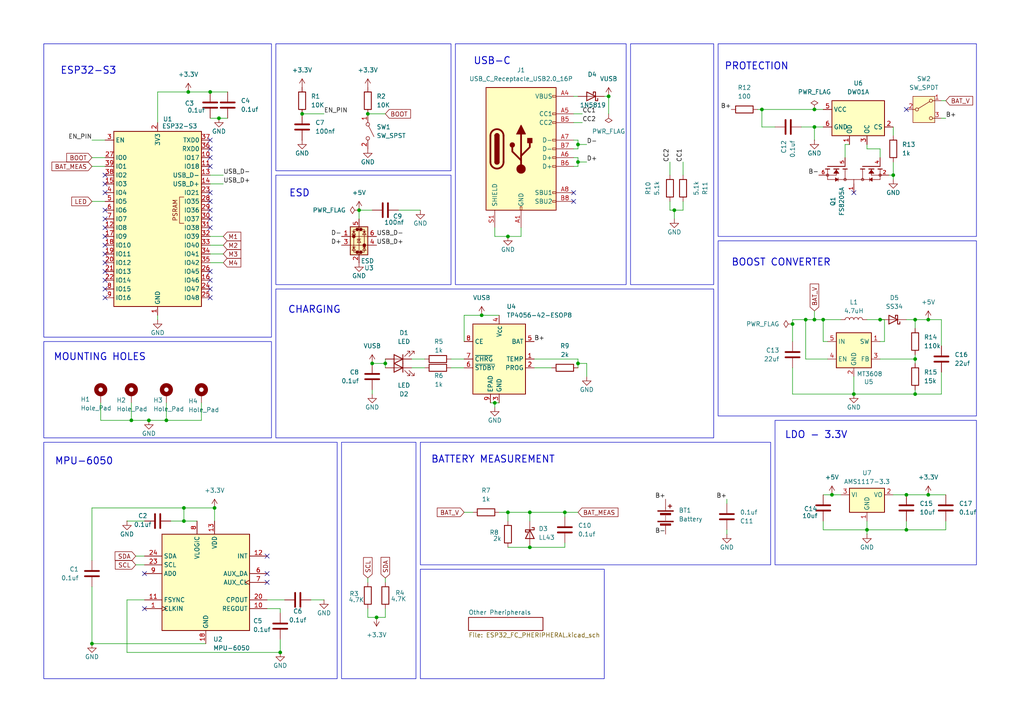
<source format=kicad_sch>
(kicad_sch (version 20250114) (generator "eeschema") (generator_version "9.0")
  (paper "A4")
  (title_block (title "ESP32_FC"))
  (rectangle (start 12.7 128.27) (end 97.79 196.85))
  (rectangle (start 12.7 99.06) (end 78.74 127))
  (rectangle (start 121.92 165.1) (end 175.26 196.85))
  (rectangle (start 208.28 69.85) (end 283.21 120.65))
  (rectangle (start 12.7 12.7) (end 78.74 97.79))
  (rectangle (start 182.88 12.7) (end 207.01 82.55))
  (rectangle (start 132.08 12.7) (end 181.61 82.55))
  (rectangle (start 99.06 128.27) (end 120.65 196.85))
  (rectangle (start 208.28 12.7) (end 283.21 68.58))
  (rectangle (start 80.01 83.82) (end 207.01 127))
  (rectangle (start 80.01 50.8) (end 130.81 82.55))
  (rectangle (start 80.01 12.7) (end 130.81 49.53))
  (rectangle (start 224.79 121.92) (end 283.21 163.83))
  (rectangle (start 121.92 128.27) (end 223.52 163.83))
  (text "PROTECTION\n" (at 219.456 19.304 0) (effects (font (size 2.032 2.032) (thickness 0.254))))
  (text "CHARGING\n" (at 91.186 89.916 0) (effects (font (size 2.032 2.032) (thickness 0.254))))
  (text "ESP32-S3" (at 25.654 20.574 0) (effects (font (size 2.032 2.032) (thickness 0.254))))
  (text "BOOST CONVERTER\n" (at 226.568 76.2 0) (effects (font (size 2.032 2.032) (thickness 0.254))))
  (text "ESD" (at 86.868 56.134 0) (effects (font (size 2.032 2.032) (thickness 0.254))))
  (text "MOUNTING HOLES\n" (at 28.956 103.632 0) (effects (font (size 2.032 2.032) (thickness 0.254))))
  (text "BATTERY MEASUREMENT" (at 143.002 133.35 0) (effects (font (size 2.032 2.032) (thickness 0.254))))
  (text "USB-C\n" (at 142.748 17.78 0) (effects (font (size 2.032 2.032) (thickness 0.254))))
  (text "LDO - 3.3V\n" (at 236.728 126.238 0) (effects (font (size 2.032 2.032) (thickness 0.254))))
  (text "MPU-6050\n" (at 24.384 133.858 0) (effects (font (size 2.032 2.032) (thickness 0.254))))
  (junction (at 48.26 121.92))
  (junction (at 238.76 92.71))
  (junction (at 167.64 41.91))
  (junction (at 236.22 92.71))
  (junction (at 111.76 105.41))
  (junction (at 81.28 189.23))
  (junction (at 60.96 26.67))
  (junction (at 176.53 27.94))
  (junction (at 147.32 68.58))
  (junction (at 53.34 151.13))
  (junction (at 251.46 153.67))
  (junction (at 104.14 60.96))
  (junction (at 262.89 153.67))
  (junction (at 262.89 143.51))
  (junction (at 153.67 158.75))
  (junction (at 236.22 36.83))
  (junction (at 265.43 104.14))
  (junction (at 167.64 105.41))
  (junction (at 109.22 179.07))
  (junction (at 63.5 34.29))
  (junction (at 269.24 143.51))
  (junction (at 195.58 60.96))
  (junction (at 241.3 143.51))
  (junction (at 54.61 26.67))
  (junction (at 38.1 121.92))
  (junction (at 247.65 114.3))
  (junction (at 233.68 92.71))
  (junction (at 259.08 50.8))
  (junction (at 26.67 186.69))
  (junction (at 265.43 92.71))
  (junction (at 167.64 46.99))
  (junction (at 255.27 92.71))
  (junction (at 229.87 93.98))
  (junction (at 107.95 105.41))
  (junction (at 53.34 147.32))
  (junction (at 87.63 33.02))
  (junction (at 62.23 147.32))
  (junction (at 106.68 33.02))
  (junction (at 269.24 92.71))
  (junction (at 43.18 121.92))
  (junction (at 236.22 31.75))
  (junction (at 139.7 91.44))
  (junction (at 220.98 31.75))
  (junction (at 153.67 148.59))
  (junction (at 265.43 114.3))
  (junction (at 163.83 148.59))
  (junction (at 147.32 148.59))
  (junction (at 143.51 116.84))
  (no_connect (at 30.48 68.58))
  (no_connect (at 60.96 40.64))
  (no_connect (at 60.96 63.5))
  (no_connect (at 30.48 55.88))
  (no_connect (at 30.48 60.96))
  (no_connect (at 41.91 176.53))
  (no_connect (at 60.96 86.36))
  (no_connect (at 77.47 161.29))
  (no_connect (at 30.48 78.74))
  (no_connect (at 77.47 168.91))
  (no_connect (at 30.48 53.34))
  (no_connect (at 30.48 50.8))
  (no_connect (at 30.48 71.12))
  (no_connect (at 30.48 86.36))
  (no_connect (at 262.89 31.75))
  (no_connect (at 60.96 48.26))
  (no_connect (at 60.96 45.72))
  (no_connect (at 30.48 81.28))
  (no_connect (at 30.48 66.04))
  (no_connect (at 77.47 166.37))
  (no_connect (at 60.96 55.88))
  (no_connect (at 30.48 83.82))
  (no_connect (at 41.91 166.37))
  (no_connect (at 60.96 58.42))
  (no_connect (at 166.37 55.88))
  (no_connect (at 166.37 58.42))
  (no_connect (at 60.96 78.74))
  (no_connect (at 60.96 43.18))
  (no_connect (at 60.96 66.04))
  (no_connect (at 60.96 60.96))
  (no_connect (at 60.96 81.28))
  (no_connect (at 60.96 83.82))
  (no_connect (at 247.65 55.88))
  (no_connect (at 30.48 63.5))
  (no_connect (at 30.48 73.66))
  (no_connect (at 30.48 76.2))
  (wire (pts (xy 259.08 50.8) (xy 259.08 52.07)))
  (wire (pts (xy 238.76 92.71) (xy 243.84 92.71)))
  (wire (pts (xy 170.18 105.41) (xy 170.18 109.22)))
  (wire (pts (xy 236.22 36.83) (xy 238.76 36.83)))
  (wire (pts (xy 219.71 31.75) (xy 220.98 31.75)))
  (wire (pts (xy 60.96 26.67) (xy 66.04 26.67)))
  (wire (pts (xy 269.24 143.51) (xy 274.32 143.51)))
  (wire (pts (xy 26.67 170.18) (xy 26.67 186.69)))
  (wire (pts (xy 167.64 41.91) (xy 167.64 43.18)))
  (wire (pts (xy 273.05 107.95) (xy 273.05 114.3)))
  (wire (pts (xy 236.22 40.64) (xy 236.22 36.83)))
  (wire (pts (xy 236.22 90.17) (xy 236.22 92.71)))
  (wire (pts (xy 60.96 53.34) (xy 64.77 53.34)))
  (wire (pts (xy 60.96 71.12) (xy 64.77 71.12)))
  (wire (pts (xy 167.64 45.72) (xy 167.64 46.99)))
  (wire (pts (xy 265.43 113.03) (xy 265.43 114.3)))
  (wire (pts (xy 255.27 104.14) (xy 265.43 104.14)))
  (wire (pts (xy 58.42 121.92) (xy 58.42 116.84)))
  (wire (pts (xy 256.54 99.06) (xy 255.27 99.06)))
  (wire (pts (xy 233.68 92.71) (xy 236.22 92.71)))
  (wire (pts (xy 143.51 116.84) (xy 144.78 116.84)))
  (wire (pts (xy 143.51 116.84) (xy 143.51 118.11)))
  (wire (pts (xy 39.37 163.83) (xy 41.91 163.83)))
  (wire (pts (xy 240.03 99.06) (xy 238.76 99.06)))
  (wire (pts (xy 54.61 26.67) (xy 60.96 26.67)))
  (wire (pts (xy 232.41 36.83) (xy 236.22 36.83)))
  (wire (pts (xy 26.67 58.42) (xy 30.48 58.42)))
  (wire (pts (xy 151.13 66.04) (xy 151.13 68.58)))
  (wire (pts (xy 166.37 27.94) (xy 167.64 27.94)))
  (wire (pts (xy 265.43 95.25) (xy 265.43 92.71)))
  (wire (pts (xy 210.82 144.78) (xy 210.82 146.05)))
  (wire (pts (xy 233.68 92.71) (xy 233.68 104.14)))
  (wire (pts (xy 87.63 33.02) (xy 93.98 33.02)))
  (wire (pts (xy 167.64 148.59) (xy 163.83 148.59)))
  (wire (pts (xy 153.67 158.75) (xy 163.83 158.75)))
  (wire (pts (xy 36.83 189.23) (xy 81.28 189.23)))
  (wire (pts (xy 26.67 40.64) (xy 30.48 40.64)))
  (wire (pts (xy 109.22 179.07) (xy 111.76 179.07)))
  (wire (pts (xy 210.82 153.67) (xy 210.82 154.94)))
  (wire (pts (xy 251.46 153.67) (xy 262.89 153.67)))
  (wire (pts (xy 195.58 60.96) (xy 195.58 63.5)))
  (wire (pts (xy 26.67 45.72) (xy 30.48 45.72)))
  (wire (pts (xy 229.87 93.98) (xy 229.87 92.71)))
  (wire (pts (xy 229.87 92.71) (xy 233.68 92.71)))
  (wire (pts (xy 153.67 148.59) (xy 147.32 148.59)))
  (wire (pts (xy 43.18 121.92) (xy 48.26 121.92)))
  (wire (pts (xy 236.22 31.75) (xy 238.76 31.75)))
  (wire (pts (xy 60.96 76.2) (xy 64.77 76.2)))
  (wire (pts (xy 245.11 45.72) (xy 245.11 41.91)))
  (wire (pts (xy 233.68 104.14) (xy 240.03 104.14)))
  (wire (pts (xy 41.91 173.99) (xy 36.83 173.99)))
  (wire (pts (xy 119.38 106.68) (xy 123.19 106.68)))
  (wire (pts (xy 163.83 148.59) (xy 163.83 149.86)))
  (wire (pts (xy 62.23 151.13) (xy 62.23 147.32)))
  (wire (pts (xy 251.46 43.18) (xy 255.27 43.18)))
  (wire (pts (xy 256.54 92.71) (xy 256.54 99.06)))
  (wire (pts (xy 229.87 114.3) (xy 247.65 114.3)))
  (wire (pts (xy 77.47 173.99) (xy 82.55 173.99)))
  (wire (pts (xy 49.53 151.13) (xy 53.34 151.13)))
  (wire (pts (xy 167.64 41.91) (xy 170.18 41.91)))
  (wire (pts (xy 255.27 43.18) (xy 255.27 45.72)))
  (wire (pts (xy 66.04 34.29) (xy 63.5 34.29)))
  (wire (pts (xy 53.34 151.13) (xy 57.15 151.13)))
  (wire (pts (xy 251.46 41.91) (xy 251.46 43.18)))
  (wire (pts (xy 48.26 121.92) (xy 58.42 121.92)))
  (wire (pts (xy 130.81 104.14) (xy 134.62 104.14)))
  (wire (pts (xy 130.81 106.68) (xy 134.62 106.68)))
  (wire (pts (xy 166.37 43.18) (xy 167.64 43.18)))
  (wire (pts (xy 251.46 154.94) (xy 251.46 153.67)))
  (wire (pts (xy 153.67 151.13) (xy 153.67 148.59)))
  (wire (pts (xy 147.32 148.59) (xy 147.32 151.13)))
  (wire (pts (xy 38.1 116.84) (xy 38.1 121.92)))
  (wire (pts (xy 167.64 105.41) (xy 167.64 106.68)))
  (wire (pts (xy 262.89 151.13) (xy 262.89 153.67)))
  (wire (pts (xy 60.96 50.8) (xy 64.77 50.8)))
  (wire (pts (xy 81.28 176.53) (xy 81.28 177.8)))
  (wire (pts (xy 220.98 36.83) (xy 224.79 36.83)))
  (wire (pts (xy 153.67 148.59) (xy 163.83 148.59)))
  (wire (pts (xy 53.34 147.32) (xy 26.67 147.32)))
  (wire (pts (xy 53.34 147.32) (xy 53.34 151.13)))
  (wire (pts (xy 90.17 173.99) (xy 93.98 173.99)))
  (wire (pts (xy 29.21 116.84) (xy 29.21 121.92)))
  (wire (pts (xy 60.96 68.58) (xy 64.77 68.58)))
  (wire (pts (xy 104.14 60.96) (xy 107.95 60.96)))
  (wire (pts (xy 167.64 40.64) (xy 167.64 41.91)))
  (wire (pts (xy 147.32 68.58) (xy 151.13 68.58)))
  (wire (pts (xy 154.94 106.68) (xy 160.02 106.68)))
  (wire (pts (xy 167.64 46.99) (xy 167.64 48.26)))
  (wire (pts (xy 134.62 91.44) (xy 139.7 91.44)))
  (wire (pts (xy 262.89 143.51) (xy 269.24 143.51)))
  (wire (pts (xy 134.62 148.59) (xy 137.16 148.59)))
  (wire (pts (xy 194.31 46.99) (xy 194.31 50.8)))
  (wire (pts (xy 274.32 153.67) (xy 274.32 151.13)))
  (wire (pts (xy 220.98 31.75) (xy 220.98 36.83)))
  (wire (pts (xy 259.08 143.51) (xy 262.89 143.51)))
  (wire (pts (xy 176.53 33.02) (xy 176.53 27.94)))
  (wire (pts (xy 154.94 104.14) (xy 167.64 104.14)))
  (wire (pts (xy 265.43 114.3) (xy 273.05 114.3)))
  (wire (pts (xy 241.3 143.51) (xy 243.84 143.51)))
  (wire (pts (xy 273.05 34.29) (xy 274.32 34.29)))
  (wire (pts (xy 245.11 41.91) (xy 246.38 41.91)))
  (wire (pts (xy 134.62 91.44) (xy 134.62 99.06)))
  (wire (pts (xy 247.65 114.3) (xy 265.43 114.3)))
  (wire (pts (xy 259.08 36.83) (xy 259.08 39.37)))
  (wire (pts (xy 265.43 92.71) (xy 269.24 92.71)))
  (wire (pts (xy 45.72 35.56) (xy 45.72 26.67)))
  (wire (pts (xy 262.89 92.71) (xy 265.43 92.71)))
  (wire (pts (xy 229.87 99.06) (xy 229.87 93.98)))
  (wire (pts (xy 26.67 48.26) (xy 30.48 48.26)))
  (wire (pts (xy 163.83 158.75) (xy 163.83 157.48)))
  (wire (pts (xy 119.38 104.14) (xy 123.19 104.14)))
  (wire (pts (xy 198.12 58.42) (xy 198.12 60.96)))
  (wire (pts (xy 167.64 105.41) (xy 170.18 105.41)))
  (wire (pts (xy 229.87 106.68) (xy 229.87 114.3)))
  (wire (pts (xy 273.05 92.71) (xy 273.05 100.33)))
  (wire (pts (xy 36.83 173.99) (xy 36.83 189.23)))
  (wire (pts (xy 111.76 176.53) (xy 111.76 179.07)))
  (wire (pts (xy 115.57 60.96) (xy 121.92 60.96)))
  (wire (pts (xy 273.05 29.21) (xy 274.32 29.21)))
  (wire (pts (xy 107.95 113.03) (xy 107.95 114.3)))
  (wire (pts (xy 166.37 45.72) (xy 167.64 45.72)))
  (wire (pts (xy 106.68 167.64) (xy 106.68 168.91)))
  (wire (pts (xy 167.64 104.14) (xy 167.64 105.41)))
  (wire (pts (xy 39.37 161.29) (xy 41.91 161.29)))
  (wire (pts (xy 29.21 121.92) (xy 38.1 121.92)))
  (wire (pts (xy 26.67 186.69) (xy 59.69 186.69)))
  (wire (pts (xy 265.43 102.87) (xy 265.43 104.14)))
  (wire (pts (xy 175.26 27.94) (xy 176.53 27.94)))
  (wire (pts (xy 238.76 143.51) (xy 241.3 143.51)))
  (wire (pts (xy 167.64 46.99) (xy 170.18 46.99)))
  (wire (pts (xy 107.95 105.41) (xy 111.76 105.41)))
  (wire (pts (xy 262.89 153.67) (xy 274.32 153.67)))
  (wire (pts (xy 236.22 92.71) (xy 238.76 92.71)))
  (wire (pts (xy 257.81 50.8) (xy 259.08 50.8)))
  (wire (pts (xy 45.72 26.67) (xy 54.61 26.67)))
  (wire (pts (xy 147.32 158.75) (xy 153.67 158.75)))
  (wire (pts (xy 143.51 66.04) (xy 143.51 68.58)))
  (wire (pts (xy 104.14 60.96) (xy 104.14 63.5)))
  (wire (pts (xy 166.37 35.56) (xy 168.91 35.56)))
  (wire (pts (xy 220.98 31.75) (xy 236.22 31.75)))
  (wire (pts (xy 269.24 92.71) (xy 273.05 92.71)))
  (wire (pts (xy 48.26 116.84) (xy 48.26 121.92)))
  (wire (pts (xy 251.46 153.67) (xy 251.46 151.13)))
  (wire (pts (xy 106.68 33.02) (xy 111.76 33.02)))
  (wire (pts (xy 60.96 73.66) (xy 64.77 73.66)))
  (wire (pts (xy 195.58 60.96) (xy 194.31 60.96)))
  (wire (pts (xy 238.76 99.06) (xy 238.76 92.71)))
  (wire (pts (xy 259.08 46.99) (xy 259.08 50.8)))
  (wire (pts (xy 166.37 40.64) (xy 167.64 40.64)))
  (wire (pts (xy 139.7 91.44) (xy 144.78 91.44)))
  (wire (pts (xy 106.68 179.07) (xy 109.22 179.07)))
  (wire (pts (xy 144.78 148.59) (xy 147.32 148.59)))
  (wire (pts (xy 77.47 176.53) (xy 81.28 176.53)))
  (wire (pts (xy 251.46 92.71) (xy 255.27 92.71)))
  (wire (pts (xy 198.12 46.99) (xy 198.12 50.8)))
  (wire (pts (xy 106.68 176.53) (xy 106.68 179.07)))
  (wire (pts (xy 45.72 91.44) (xy 45.72 92.71)))
  (wire (pts (xy 194.31 58.42) (xy 194.31 60.96)))
  (wire (pts (xy 111.76 167.64) (xy 111.76 168.91)))
  (wire (pts (xy 247.65 109.22) (xy 247.65 114.3)))
  (wire (pts (xy 36.83 151.13) (xy 41.91 151.13)))
  (wire (pts (xy 265.43 104.14) (xy 265.43 105.41)))
  (wire (pts (xy 238.76 153.67) (xy 251.46 153.67)))
  (wire (pts (xy 81.28 189.23) (xy 81.28 185.42)))
  (wire (pts (xy 238.76 151.13) (xy 238.76 153.67)))
  (wire (pts (xy 62.23 147.32) (xy 53.34 147.32)))
  (wire (pts (xy 198.12 60.96) (xy 195.58 60.96)))
  (wire (pts (xy 60.96 34.29) (xy 63.5 34.29)))
  (wire (pts (xy 166.37 48.26) (xy 167.64 48.26)))
  (wire (pts (xy 111.76 104.14) (xy 111.76 105.41)))
  (wire (pts (xy 26.67 147.32) (xy 26.67 162.56)))
  (wire (pts (xy 166.37 33.02) (xy 168.91 33.02)))
  (wire (pts (xy 143.51 68.58) (xy 147.32 68.58)))
  (wire (pts (xy 38.1 121.92) (xy 43.18 121.92)))
  (wire (pts (xy 111.76 105.41) (xy 111.76 106.68)))
  (wire (pts (xy 142.24 116.84) (xy 143.51 116.84)))
  (wire (pts (xy 256.54 92.71) (xy 255.27 92.71)))
  (label "CC2" (at 168.91 35.56 0))
  (label "USB_D-" (at 64.77 50.8 0))
  (label "D+" (at 170.18 46.99 0))
  (label "USB_D-" (at 109.22 68.58 0))
  (label "D-" (at 99.06 68.58 180))
  (label "B+" (at 212.09 31.75 180))
  (label "EN_PIN" (at 26.67 40.64 180))
  (label "USB_D+" (at 64.77 53.34 0))
  (label "B+" (at 274.32 34.29 0))
  (label "B-" (at 193.04 154.94 180))
  (label "B+" (at 154.94 99.06 0))
  (label "USB_D+" (at 109.22 71.12 0))
  (label "D+" (at 99.06 71.12 180))
  (label "EN_PIN" (at 93.98 33.02 0))
  (label "CC2" (at 194.31 46.99 90))
  (label "CC1" (at 198.12 46.99 90))
  (label "CC1" (at 168.91 33.02 0))
  (label "B+" (at 210.82 144.78 180))
  (label "B+" (at 193.04 144.78 180))
  (label "D-" (at 170.18 41.91 0))
  (label "B-" (at 237.49 50.8 180))
  (global_label "BAT_V" (shape input) (at 134.62 148.59 180) (property "Intersheetrefs" "${INTERSHEET_REFS}" (effects (hide yes))))
  (global_label "M1" (shape input) (at 64.77 68.58 0) (property "Intersheetrefs" "${INTERSHEET_REFS}" (effects (hide yes))))
  (global_label "SCL" (shape input) (at 39.37 163.83 180) (property "Intersheetrefs" "${INTERSHEET_REFS}" (effects (hide yes))))
  (global_label "BAT_V" (shape input) (at 274.32 29.21 0) (property "Intersheetrefs" "${INTERSHEET_REFS}" (effects (hide yes))))
  (global_label "SDA" (shape input) (at 111.76 167.64 90) (property "Intersheetrefs" "${INTERSHEET_REFS}" (effects (hide yes))))
  (global_label "SCL" (shape input) (at 106.68 167.64 90) (property "Intersheetrefs" "${INTERSHEET_REFS}" (effects (hide yes))))
  (global_label "BAT_MEAS" (shape input) (at 26.67 48.26 180) (property "Intersheetrefs" "${INTERSHEET_REFS}" (effects (hide yes))))
  (global_label "SDA" (shape input) (at 39.37 161.29 180) (property "Intersheetrefs" "${INTERSHEET_REFS}" (effects (hide yes))))
  (global_label "BAT_MEAS" (shape input) (at 167.64 148.59 0) (property "Intersheetrefs" "${INTERSHEET_REFS}" (effects (hide yes))))
  (global_label "BAT_V" (shape input) (at 236.22 90.17 90) (property "Intersheetrefs" "${INTERSHEET_REFS}" (effects (hide yes))))
  (global_label "M2" (shape input) (at 64.77 71.12 0) (property "Intersheetrefs" "${INTERSHEET_REFS}" (effects (hide yes))))
  (global_label "M3" (shape input) (at 64.77 73.66 0) (property "Intersheetrefs" "${INTERSHEET_REFS}" (effects (hide yes))))
  (global_label "BOOT" (shape input) (at 26.67 45.72 180) (property "Intersheetrefs" "${INTERSHEET_REFS}" (effects (hide yes))))
  (global_label "BOOT" (shape input) (at 111.76 33.02 0) (property "Intersheetrefs" "${INTERSHEET_REFS}" (effects (hide yes))))
  (global_label "LED" (shape input) (at 26.67 58.42 180) (property "Intersheetrefs" "${INTERSHEET_REFS}" (effects (hide yes))))
  (global_label "M4" (shape input) (at 64.77 76.2 0) (property "Intersheetrefs" "${INTERSHEET_REFS}" (effects (hide yes))))
  (symbol (lib_id "power:GND") (at 147.32 68.58 0) (unit 1)
    (property "Reference" "#PWR022" (effects (hide yes)))
    (property "Value" "GND" (at 147.32 72.39 0))
    (property "Description" "Power symbol creates a global label with name \"GND\" , ground" (effects (hide yes)))
  )
  (symbol (lib_id "Connector:USB_C_Receptacle_USB2.0_16P") (at 151.13 43.18 0) (unit 1)
    (property "Reference" "J1" (at 151.13 20.32 0))
    (property "Value" "USB_C_Receptacle_USB2.0_16P" (at 151.13 22.86 0))
    (property "Footprint" "Connector_USB:USB_C_Receptacle_HRO_TYPE-C-31-M-12" (effects (hide yes)))
    (property "Datasheet" "https://www.usb.org/sites/default/files/documents/usb_type-c.zip" (effects (hide yes)))
    (property "Description" "USB 2.0-only 16P Type-C Receptacle connector" (effects (hide yes)))
  )
  (symbol (lib_id "power:GND") (at 195.58 63.5 0) (unit 1)
    (property "Reference" "#PWR025" (effects (hide yes)))
    (property "Value" "GND" (at 195.58 67.31 0))
    (property "Description" "Power symbol creates a global label with name \"GND\" , ground" (effects (hide yes)))
  )
  (symbol (lib_id "Device:C") (at 210.82 149.86 0) (mirror x) (unit 1)
    (property "Reference" "C11" (at 214.63 151.1301 0) (effects (justify left)))
    (property "Value" "0.1uf" (at 214.63 148.5901 0) (effects (justify left)))
    (property "Footprint" "Capacitor_SMD:C_0603_1608Metric" (effects (hide yes)))
    (property "Description" "Unpolarized capacitor" (effects (hide yes)))
  )
  (symbol (lib_id "Device:R") (at 127 104.14 90) (unit 1)
    (property "Reference" "R5" (at 127.254 99.06 90))
    (property "Value" "1k" (at 127.254 101.6 90))
    (property "Footprint" "Resistor_SMD:R_0603_1608Metric" (effects (hide yes)))
    (property "Description" "Resistor" (effects (hide yes)))
  )
  (symbol (lib_id "power:GND") (at 236.22 40.64 0) (unit 1)
    (property "Reference" "#PWR027" (effects (hide yes)))
    (property "Value" "GND" (at 236.22 44.45 0))
    (property "Description" "Power symbol creates a global label with name \"GND\" , ground" (effects (hide yes)))
  )
  (symbol (lib_id "power:GND") (at 107.95 114.3 0) (unit 1)
    (property "Reference" "#PWR017" (effects (hide yes)))
    (property "Value" "GND" (at 107.95 118.11 0))
    (property "Description" "Power symbol creates a global label with name \"GND\" , ground" (effects (hide yes)))
  )
  (symbol (lib_id "Device:R") (at 215.9 31.75 90) (unit 1)
    (property "Reference" "R12" (at 215.9 25.4 90))
    (property "Value" "100" (at 215.9 27.94 90))
    (property "Footprint" "Resistor_SMD:R_0603_1608Metric" (effects (hide yes)))
    (property "Description" "Resistor" (effects (hide yes)))
  )
  (symbol (lib_id "RF_Module:ESP32-S3-WROOM-1") (at 45.72 63.5 0) (unit 1)
    (property "Reference" "U1" (at 47.244 34.544 0) (effects (justify left)))
    (property "Value" "ESP32-S3" (at 46.99 36.576 0) (effects (justify left)))
    (property "Footprint" "RF_Module:ESP32-S3-WROOM-1" (effects (hide yes)))
    (property "Datasheet" "https://www.espressif.com/sites/default/files/documentation/esp32-s3-wroom-1_wroom-1u_datasheet_en.pdf" (effects (hide yes)))
    (property "Description" "RF Module, ESP32-S3 SoC, Wi-Fi 802.11b/g/n, Bluetooth, BLE, 32-bit, 3.3V, onboard antenna, SMD" (effects (hide yes)))
  )
  (symbol (lib_id "Battery_Management:DW01A") (at 248.92 34.29 0) (unit 1)
    (property "Reference" "U6" (at 248.92 24.13 0))
    (property "Value" "DW01A" (at 248.92 26.67 0))
    (property "Footprint" "Package_TO_SOT_SMD:SOT-23-6" (effects (hide yes)))
    (property "Datasheet" "https://hmsemi.com/downfile/DW01A.PDF" (effects (hide yes)))
    (property "Description" "Overcharge, overcurrent and overdischarge protection IC for single cell lithium-ion/polymer battery" (effects (hide yes)))
  )
  (symbol (lib_id "Device:C") (at 60.96 30.48 0) (unit 1)
    (property "Reference" "C3" (at 53.594 29.972 0) (effects (justify left)))
    (property "Value" "0.1uf" (at 54.356 32.004 0) (effects (justify left)))
    (property "Footprint" "Capacitor_SMD:C_0603_1608Metric" (effects (hide yes)))
    (property "Description" "Unpolarized capacitor" (effects (hide yes)))
  )
  (symbol (lib_id "Device:R") (at 140.97 148.59 90) (unit 1)
    (property "Reference" "R7" (at 140.97 142.24 90))
    (property "Value" "1k" (at 140.97 144.78 90))
    (property "Footprint" "Resistor_SMD:R_0603_1608Metric" (effects (hide yes)))
    (property "Description" "Resistor" (effects (hide yes)))
  )
  (symbol (lib_id "power:GND") (at 43.18 121.92 0) (unit 1)
    (property "Reference" "#PWR03" (effects (hide yes)))
    (property "Value" "GND" (at 43.18 125.73 0))
    (property "Description" "Power symbol creates a global label with name \"GND\" , ground" (effects (hide yes)))
  )
  (symbol (lib_id "power:+3.3V") (at 106.68 25.4 0) (unit 1)
    (property "Reference" "#PWR014" (effects (hide yes)))
    (property "Value" "+3.3V" (at 106.68 20.32 0))
    (property "Description" "Power symbol creates a global label with name \"+3.3V\"" (effects (hide yes)))
  )
  (symbol (lib_id "Device:R") (at 163.83 106.68 90) (unit 1)
    (property "Reference" "R9" (at 163.83 100.33 90))
    (property "Value" "2k" (at 163.83 102.87 90))
    (property "Footprint" "Resistor_SMD:R_0603_1608Metric" (effects (hide yes)))
    (property "Description" "Resistor" (effects (hide yes)))
  )
  (symbol (lib_id "Device:R") (at 147.32 154.94 0) (unit 1)
    (property "Reference" "R8" (at 141.986 154.432 0) (effects (justify left)))
    (property "Value" "2k" (at 143.002 156.21 0) (effects (justify left)))
    (property "Footprint" "Resistor_SMD:R_0603_1608Metric" (effects (hide yes)))
    (property "Description" "Resistor" (effects (hide yes)))
  )
  (symbol (lib_id "Device:C") (at 26.67 166.37 0) (mirror y) (unit 1)
    (property "Reference" "C1" (at 22.86 165.0999 0) (effects (justify left)))
    (property "Value" "0.1uf" (at 22.86 167.6399 0) (effects (justify left)))
    (property "Footprint" "Capacitor_SMD:C_0603_1608Metric" (effects (hide yes)))
    (property "Description" "Unpolarized capacitor" (effects (hide yes)))
  )
  (symbol (lib_id "Device:R") (at 265.43 99.06 180) (unit 1)
    (property "Reference" "R14" (at 267.97 97.7899 0) (effects (justify right)))
    (property "Value" "110k" (at 267.97 100.3299 0) (effects (justify right)))
    (property "Footprint" "Resistor_SMD:R_0603_1608Metric" (effects (hide yes)))
    (property "Description" "Resistor" (effects (hide yes)))
  )
  (symbol (lib_id "Device:C") (at 87.63 36.83 0) (unit 1)
    (property "Reference" "C7" (at 91.44 35.5599 0) (effects (justify left)))
    (property "Value" "100nf" (at 91.44 38.0999 0) (effects (justify left)))
    (property "Footprint" "Capacitor_SMD:C_0603_1608Metric" (effects (hide yes)))
    (property "Description" "Unpolarized capacitor" (effects (hide yes)))
  )
  (symbol (lib_id "Device:L") (at 247.65 92.71 90) (unit 1)
    (property "Reference" "L1" (at 247.65 87.63 90))
    (property "Value" "4.7uH" (at 247.65 90.17 90))
    (property "Footprint" "Capacitor_SMD:C_0603_1608Metric" (effects (hide yes)))
    (property "Description" "Inductor" (effects (hide yes)))
  )
  (symbol (lib_id "Device:R") (at 259.08 43.18 0) (unit 1)
    (property "Reference" "R13" (at 261.62 41.9099 0) (effects (justify left)))
    (property "Value" "1k" (at 261.62 44.4499 0) (effects (justify left)))
    (property "Footprint" "Resistor_SMD:R_0603_1608Metric" (effects (hide yes)))
    (property "Description" "Resistor" (effects (hide yes)))
  )
  (symbol (lib_id "power:GND") (at 63.5 34.29 0) (unit 1)
    (property "Reference" "#PWR07" (effects (hide yes)))
    (property "Value" "GND" (at 63.5 38.1 0))
    (property "Description" "Power symbol creates a global label with name \"GND\" , ground" (effects (hide yes)))
  )
  (symbol (lib_id "Regulator_Linear:AMS1117-3.3") (at 251.46 143.51 0) (unit 1)
    (property "Reference" "U7" (at 251.46 137.16 0))
    (property "Value" "AMS1117-3.3" (at 251.46 139.7 0))
    (property "Footprint" "Package_TO_SOT_SMD:SOT-223-3_TabPin2" (effects (hide yes)))
    (property "Datasheet" "http://www.advanced-monolithic.com/pdf/ds1117.pdf" (effects (hide yes)))
    (property "Description" "1A Low Dropout regulator, positive, 3.3V fixed output, SOT-223" (effects (hide yes)))
  )
  (symbol (lib_id "power:GND") (at 36.83 151.13 0) (unit 1)
    (property "Reference" "#PWR02" (effects (hide yes)))
    (property "Value" "GND" (at 36.83 154.94 0))
    (property "Description" "Power symbol creates a global label with name \"GND\" , ground" (effects (hide yes)))
  )
  (symbol (lib_id "power:+5V") (at 241.3 143.51 0) (unit 1)
    (property "Reference" "#PWR028" (effects (hide yes)))
    (property "Value" "+5V" (at 241.3 138.43 0))
    (property "Description" "Power symbol creates a global label with name \"+5V\"" (effects (hide yes)))
  )
  (symbol (lib_id "power:+3.3V") (at 269.24 143.51 0) (unit 1)
    (property "Reference" "#PWR033" (effects (hide yes)))
    (property "Value" "+3.3V" (at 269.24 138.43 0))
    (property "Description" "Power symbol creates a global label with name \"+3.3V\"" (effects (hide yes)))
  )
  (symbol (lib_id "power:GND") (at 247.65 114.3 0) (unit 1)
    (property "Reference" "#PWR029" (effects (hide yes)))
    (property "Value" "GND" (at 247.65 118.11 0))
    (property "Description" "Power symbol creates a global label with name \"GND\" , ground" (effects (hide yes)))
  )
  (symbol (lib_id "power:GND") (at 104.14 76.2 0) (unit 1)
    (property "Reference" "#PWR013" (effects (hide yes)))
    (property "Value" "GND" (at 104.14 80.01 0))
    (property "Description" "Power symbol creates a global label with name \"GND\" , ground" (effects (hide yes)))
  )
  (symbol (lib_id "power:+5V") (at 107.95 105.41 0) (unit 1)
    (property "Reference" "#PWR016" (effects (hide yes)))
    (property "Value" "VUSB" (at 107.95 100.33 0))
    (property "Description" "Power symbol creates a global label with name \"+5V\"" (effects (hide yes)))
  )
  (symbol (lib_id "power:+5V") (at 176.53 27.94 0) (unit 1)
    (property "Reference" "#PWR024" (effects (hide yes)))
    (property "Value" "VUSB" (at 176.53 22.86 0))
    (property "Description" "Power symbol creates a global label with name \"+5V\"" (effects (hide yes)))
  )
  (symbol (lib_id "power:+3.3V") (at 54.61 26.67 0) (unit 1)
    (property "Reference" "#PWR05" (effects (hide yes)))
    (property "Value" "+3.3V" (at 54.61 21.59 0))
    (property "Description" "Power symbol creates a global label with name \"+3.3V\"" (effects (hide yes)))
  )
  (symbol (lib_id "Device:C") (at 66.04 30.48 0) (unit 1)
    (property "Reference" "C4" (at 69.85 29.2099 0) (effects (justify left)))
    (property "Value" "0.1uf" (at 69.85 31.7499 0) (effects (justify left)))
    (property "Footprint" "Capacitor_SMD:C_0603_1608Metric" (effects (hide yes)))
    (property "Description" "Unpolarized capacitor" (effects (hide yes)))
  )
  (symbol (lib_id "Device:C") (at 228.6 36.83 90) (mirror x) (unit 1)
    (property "Reference" "C12" (at 227.3299 40.64 0) (effects (justify left)))
    (property "Value" "0.1uf" (at 229.8699 40.64 0) (effects (justify left)))
    (property "Footprint" "Capacitor_SMD:C_0603_1608Metric" (effects (hide yes)))
    (property "Description" "Unpolarized capacitor" (effects (hide yes)))
  )
  (symbol (lib_id "power:PWR_FLAG") (at 176.53 33.02 180) (unit 1)
    (property "Reference" "#FLG02" (effects (hide yes)))
    (property "Value" "PWR_FLAG" (at 176.53 38.1 0))
    (property "Description" "Special symbol for telling ERC where power comes from" (effects (hide yes)))
  )
  (symbol (lib_id "Device:R") (at 127 106.68 90) (unit 1)
    (property "Reference" "R6" (at 127.254 108.966 90))
    (property "Value" "1k" (at 127.254 111.506 90))
    (property "Footprint" "Resistor_SMD:R_0603_1608Metric" (effects (hide yes)))
    (property "Description" "Resistor" (effects (hide yes)))
  )
  (symbol (lib_id "Battery_Management:TP4056-42-ESOP8") (at 144.78 104.14 0) (unit 1)
    (property "Reference" "U4" (at 146.9233 88.9 0) (effects (justify left)))
    (property "Value" "TP4056-42-ESOP8" (at 146.9233 91.44 0) (effects (justify left)))
    (property "Footprint" "Package_SO:SOIC-8-1EP_3.9x4.9mm_P1.27mm_EP2.41x3.3mm_ThermalVias" (effects (hide yes)))
    (property "Datasheet" "https://www.lcsc.com/datasheet/lcsc_datasheet_2410121619_TOPPOWER-Nanjing-Extension-Microelectronics-TP4056-42-ESOP8_C16581.pdf" (effects (hide yes)))
    (property "Description" "1A Standalone Linear Li-ion/LiPo single-cell battery charger, 4.2V ±1% charge voltage, VCC = 4.0..8.0V, SOIC-8 (SOP-8)" (effects (hide yes)))
  )
  (symbol (lib_id "power:GND") (at 93.98 173.99 0) (unit 1)
    (property "Reference" "#PWR011" (effects (hide yes)))
    (property "Value" "GND" (at 93.98 177.8 0))
    (property "Description" "Power symbol creates a global label with name \"GND\" , ground" (effects (hide yes)))
  )
  (symbol (lib_id "power:+5V") (at 104.14 60.96 0) (unit 1)
    (property "Reference" "#PWR012" (effects (hide yes)))
    (property "Value" "+5V" (at 104.14 55.88 0))
    (property "Description" "Power symbol creates a global label with name \"+5V\"" (effects (hide yes)))
  )
  (symbol (lib_id "Device:LED") (at 115.57 104.14 180) (unit 1)
    (property "Reference" "D1" (at 117.1575 96.52 0))
    (property "Value" "LED" (at 117.1575 99.06 0))
    (property "Footprint" "LED_SMD:LED_0805_2012Metric" (effects (hide yes)))
    (property "Description" "Light emitting diode" (effects (hide yes)))
    (property "Sim.Pins" "1=K 2=A" (effects (hide yes)))
  )
  (symbol (lib_id "power:GND") (at 26.67 186.69 0) (unit 1)
    (property "Reference" "#PWR01" (effects (hide yes)))
    (property "Value" "GND" (at 26.67 190.5 0))
    (property "Description" "Power symbol creates a global label with name \"GND\" , ground" (effects (hide yes)))
  )
  (symbol (lib_id "power:+3.3V") (at 87.63 25.4 0) (unit 1)
    (property "Reference" "#PWR09" (effects (hide yes)))
    (property "Value" "+3.3V" (at 87.63 20.32 0))
    (property "Description" "Power symbol creates a global label with name \"+3.3V\"" (effects (hide yes)))
  )
  (symbol (lib_id "power:GND") (at 121.92 60.96 0) (unit 1)
    (property "Reference" "#PWR019" (effects (hide yes)))
    (property "Value" "GND" (at 121.92 64.77 0))
    (property "Description" "Power symbol creates a global label with name \"GND\" , ground" (effects (hide yes)))
  )
  (symbol (lib_id "Device:C") (at 86.36 173.99 90) (unit 1)
    (property "Reference" "C6" (at 86.36 177.292 90))
    (property "Value" "0.1uf" (at 86.36 179.832 90))
    (property "Footprint" "Capacitor_SMD:C_0603_1608Metric" (effects (hide yes)))
    (property "Description" "Unpolarized capacitor" (effects (hide yes)))
  )
  (symbol (lib_id "Device:C") (at 238.76 147.32 0) (unit 1)
    (property "Reference" "C14" (at 233.172 147.574 0) (effects (justify left)))
    (property "Value" "10uf" (at 232.664 149.606 0) (effects (justify left)))
    (property "Footprint" "Capacitor_SMD:C_0603_1608Metric" (effects (hide yes)))
    (property "Description" "Unpolarized capacitor" (effects (hide yes)))
  )
  (symbol (lib_id "Regulator_Switching:MT3608") (at 247.65 101.6 0) (unit 1)
    (property "Reference" "U5" (at 251.968 110.744 0))
    (property "Value" "MT3608" (at 252.222 108.458 0))
    (property "Footprint" "Package_TO_SOT_SMD:SOT-23-6" (effects (hide yes)))
    (property "Datasheet" "https://www.olimex.com/Products/Breadboarding/BB-PWR-3608/resources/MT3608.pdf" (effects (hide yes)))
    (property "Description" "High Efficiency 1.2MHz 2A Step Up Converter, 2-24V Vin, 28V Vout, 4A current limit, 1.2MHz, SOT23-6" (effects (hide yes)))
  )
  (symbol (lib_id "Diode:1N5819") (at 171.45 27.94 180) (unit 1)
    (property "Reference" "D4" (at 171.7675 21.59 0))
    (property "Value" "1N5819" (at 171.958 30.48 0))
    (property "Footprint" "Diode_THT:D_DO-41_SOD81_P10.16mm_Horizontal" (effects (hide yes)))
    (property "Datasheet" "http://www.vishay.com/docs/88525/1n5817.pdf" (effects (hide yes)))
    (property "Description" "40V 1A Schottky Barrier Rectifier Diode, DO-41" (effects (hide yes)))
  )
  (symbol (lib_id "Device:R") (at 106.68 172.72 0) (unit 1)
    (property "Reference" "R3" (at 101.346 172.212 0) (effects (justify left)))
    (property "Value" "4.7K" (at 101.092 173.99 0) (effects (justify left)))
    (property "Footprint" "Resistor_SMD:R_0603_1608Metric" (effects (hide yes)))
    (property "Description" "Resistor" (effects (hide yes)))
  )
  (symbol (lib_id "power:PWR_FLAG") (at 236.22 31.75 0) (unit 1)
    (property "Reference" "#FLG04" (effects (hide yes)))
    (property "Value" "PWR_FLAG" (at 236.22 26.67 0))
    (property "Description" "Special symbol for telling ERC where power comes from" (effects (hide yes)))
  )
  (symbol (lib_id "Device:C") (at 45.72 151.13 90) (unit 1)
    (property "Reference" "C2" (at 41.402 149.606 90))
    (property "Value" "0.1uf" (at 41.402 152.146 90))
    (property "Footprint" "Capacitor_SMD:C_0603_1608Metric" (effects (hide yes)))
    (property "Description" "Unpolarized capacitor" (effects (hide yes)))
  )
  (symbol (lib_id "power:GND") (at 210.82 154.94 0) (unit 1)
    (property "Reference" "#PWR026" (effects (hide yes)))
    (property "Value" "GND" (at 210.82 158.75 0))
    (property "Description" "Power symbol creates a global label with name \"GND\" , ground" (effects (hide yes)))
  )
  (symbol (lib_id "Device:R") (at 106.68 29.21 180) (unit 1)
    (property "Reference" "R2" (at 109.22 27.9399 0) (effects (justify right)))
    (property "Value" "10K" (at 109.22 30.4799 0) (effects (justify right)))
    (property "Footprint" "Resistor_SMD:R_0603_1608Metric" (effects (hide yes)))
    (property "Description" "Resistor" (effects (hide yes)))
  )
  (symbol (lib_id "power:GND") (at 143.51 118.11 0) (unit 1)
    (property "Reference" "#PWR021" (effects (hide yes)))
    (property "Value" "GND" (at 143.51 121.92 0))
    (property "Description" "Power symbol creates a global label with name \"GND\" , ground" (effects (hide yes)))
  )
  (symbol (lib_id "Diode:LL43") (at 153.67 154.94 270) (unit 1)
    (property "Reference" "D3" (at 156.21 153.3524 90) (effects (justify left)))
    (property "Value" "LL43" (at 156.21 155.8924 90) (effects (justify left)))
    (property "Footprint" "Diode_SMD:D_MiniMELF" (effects (hide yes)))
    (property "Datasheet" "http://www.vishay.com/docs/85672/ll42.pdf" (effects (hide yes)))
    (property "Description" "30V 0.2A Small Signal Schottky diode, MiniMELF" (effects (hide yes)))
  )
  (symbol (lib_id "power:GND") (at 170.18 109.22 0) (unit 1)
    (property "Reference" "#PWR023" (effects (hide yes)))
    (property "Value" "GND" (at 170.18 113.03 0))
    (property "Description" "Power symbol creates a global label with name \"GND\" , ground" (effects (hide yes)))
  )
  (symbol (lib_id "power:PWR_FLAG") (at 229.87 93.98 90) (unit 1)
    (property "Reference" "#FLG03" (effects (hide yes)))
    (property "Value" "PWR_FLAG" (at 226.06 93.9799 90) (effects (justify left)))
    (property "Description" "Special symbol for telling ERC where power comes from" (effects (hide yes)))
  )
  (symbol (lib_id "Device:R") (at 87.63 29.21 180) (unit 1)
    (property "Reference" "R1" (at 90.17 27.9399 0) (effects (justify right)))
    (property "Value" "10K" (at 90.17 30.4799 0) (effects (justify right)))
    (property "Footprint" "Resistor_SMD:R_0603_1608Metric" (effects (hide yes)))
    (property "Description" "Resistor" (effects (hide yes)))
  )
  (symbol (lib_id "Device:R") (at 198.12 54.61 180) (unit 1)
    (property "Reference" "R11" (at 204.47 54.61 90))
    (property "Value" "5.1k" (at 201.93 54.61 90))
    (property "Footprint" "Resistor_SMD:R_0603_1608Metric" (effects (hide yes)))
    (property "Description" "Resistor" (effects (hide yes)))
  )
  (symbol (lib_id "Device:R") (at 265.43 109.22 0) (unit 1)
    (property "Reference" "R15" (at 267.97 107.9499 0) (effects (justify left)))
    (property "Value" "15k" (at 267.97 110.4899 0) (effects (justify left)))
    (property "Footprint" "Resistor_SMD:R_0603_1608Metric" (effects (hide yes)))
    (property "Description" "Resistor" (effects (hide yes)))
  )
  (symbol (lib_id "Mechanical:MountingHole_Pad") (at 29.21 114.3 0) (unit 1) (in_bom no)
    (property "Reference" "H1" (at 23.368 115.824 0) (effects (justify left)))
    (property "Value" "Hole_Pad" (at 23.368 118.364 0) (effects (justify left)))
    (property "Footprint" "MountingHole:MountingHole_3.2mm_M3_Pad_Via" (effects (hide yes)))
    (property "Description" "Mounting Hole with connection" (effects (hide yes)))
  )
  (symbol (lib_id "Device:C") (at 81.28 181.61 0) (unit 1)
    (property "Reference" "C5" (at 73.406 180.086 0) (effects (justify left)))
    (property "Value" "0.1uf" (at 73.406 182.626 0) (effects (justify left)))
    (property "Footprint" "Capacitor_SMD:C_0603_1608Metric" (effects (hide yes)))
    (property "Description" "Unpolarized capacitor" (effects (hide yes)))
  )
  (symbol (lib_id "Device:LED") (at 115.57 106.68 0) (mirror y) (unit 1)
    (property "Reference" "D2" (at 117.1575 114.3 0))
    (property "Value" "LED" (at 117.1575 111.76 0))
    (property "Footprint" "LED_SMD:LED_0805_2012Metric" (effects (hide yes)))
    (property "Description" "Light emitting diode" (effects (hide yes)))
    (property "Sim.Pins" "1=K 2=A" (effects (hide yes)))
  )
  (symbol (lib_id "power:GND") (at 259.08 52.07 0) (unit 1)
    (property "Reference" "#PWR031" (effects (hide yes)))
    (property "Value" "GND" (at 259.08 55.88 0))
    (property "Description" "Power symbol creates a global label with name \"GND\" , ground" (effects (hide yes)))
  )
  (symbol (lib_id "Device:Battery") (at 193.04 149.86 0) (unit 1)
    (property "Reference" "BT1" (at 196.85 148.0184 0) (effects (justify left)))
    (property "Value" "Battery" (at 196.85 150.5584 0) (effects (justify left)))
    (property "Footprint" "Connector_JST:JST_PH_B2B-PH-K_1x02_P2.00mm_Vertical" (effects (hide yes)))
    (property "Description" "Multiple-cell battery" (effects (hide yes)))
  )
  (symbol (lib_id "power:GND") (at 251.46 154.94 0) (unit 1)
    (property "Reference" "#PWR030" (effects (hide yes)))
    (property "Value" "GND" (at 251.46 158.75 0))
    (property "Description" "Power symbol creates a global label with name \"GND\" , ground" (effects (hide yes)))
  )
  (symbol (lib_id "Device:C") (at 229.87 102.87 0) (mirror y) (unit 1)
    (property "Reference" "C13" (at 226.06 101.5999 0) (effects (justify left)))
    (property "Value" "22uf" (at 226.06 104.1399 0) (effects (justify left)))
    (property "Footprint" "Capacitor_SMD:C_0603_1608Metric" (effects (hide yes)))
    (property "Description" "Unpolarized capacitor" (effects (hide yes)))
  )
  (symbol (lib_id "power:GND") (at 45.72 92.71 0) (unit 1)
    (property "Reference" "#PWR04" (effects (hide yes)))
    (property "Value" "GND" (at 45.72 96.52 0))
    (property "Description" "Power symbol creates a global label with name \"GND\" , ground" (effects (hide yes)))
  )
  (symbol (lib_id "Switch:SW_SPDT") (at 267.97 31.75 0) (unit 1)
    (property "Reference" "SW2" (at 267.97 22.86 0))
    (property "Value" "SW_SPDT" (at 267.97 25.4 0))
    (property "Footprint" "Button_Switch_SMD:SW_SPDT_PCM12" (effects (hide yes)))
    (property "Description" "Switch, single pole double throw" (effects (hide yes)))
  )
  (symbol (lib_id "power:+5V") (at 269.24 92.71 0) (unit 1)
    (property "Reference" "#PWR032" (effects (hide yes)))
    (property "Value" "+5V" (at 269.24 87.63 0))
    (property "Description" "Power symbol creates a global label with name \"+5V\"" (effects (hide yes)))
  )
  (symbol (lib_id "Device:R") (at 194.31 54.61 0) (mirror x) (unit 1)
    (property "Reference" "R10" (at 187.96 54.61 90))
    (property "Value" "5.1k" (at 190.5 54.61 90))
    (property "Footprint" "Resistor_SMD:R_0603_1608Metric" (effects (hide yes)))
    (property "Description" "Resistor" (effects (hide yes)))
  )
  (symbol (lib_id "Device:C") (at 273.05 104.14 0) (unit 1)
    (property "Reference" "C16" (at 276.86 102.8699 0) (effects (justify left)))
    (property "Value" "22uf" (at 276.86 105.4099 0) (effects (justify left)))
    (property "Footprint" "Capacitor_SMD:C_0603_1608Metric" (effects (hide yes)))
    (property "Description" "Unpolarized capacitor" (effects (hide yes)))
  )
  (symbol (lib_id "power:GND") (at 106.68 43.18 0) (unit 1)
    (property "Reference" "#PWR015" (effects (hide yes)))
    (property "Value" "GND" (at 106.68 46.99 0))
    (property "Description" "Power symbol creates a global label with name \"GND\" , ground" (effects (hide yes)))
  )
  (symbol (lib_id "Mechanical:MountingHole_Pad") (at 38.1 114.3 0) (unit 1) (in_bom no)
    (property "Reference" "H2" (at 33.782 116.078 0) (effects (justify left)))
    (property "Value" "Hole_Pad" (at 33.782 118.618 0) (effects (justify left)))
    (property "Footprint" "MountingHole:MountingHole_3.2mm_M3_Pad_Via" (effects (hide yes)))
    (property "Description" "Mounting Hole with connection" (effects (hide yes)))
  )
  (symbol (lib_id "power:+3.3V") (at 109.22 179.07 180) (unit 1)
    (property "Reference" "#PWR018" (effects (hide yes)))
    (property "Value" "+3.3V" (at 109.22 184.15 0))
    (property "Description" "Power symbol creates a global label with name \"+3.3V\"" (effects (hide yes)))
  )
  (symbol (lib_id "FS8205A:FS8205A") (at 247.65 50.8 90) (mirror x) (unit 1)
    (property "Reference" "Q1" (at 241.5792 58.42 0))
    (property "Value" "FS8205A" (at 244.1192 58.42 0))
    (property "Footprint" "FS8205A:SOP65P640X120-8N" (effects (hide yes)))
    (property "MF" "Fortune Semiconductor" (effects (hide yes)))
    (property "MAXIMUM_PACKAGE_HEIGHT" "1.2mm" (effects (hide yes)))
    (property "Package" "Package" (effects (hide yes)))
    (property "Price" "None" (effects (hide yes)))
    (property "Check_prices" "https://www.snapeda.com/parts/FS8205A/Fortune+Semiconductor/view-part/?ref=eda" (effects (hide yes)))
    (property "STANDARD" "IPC 7351B" (effects (hide yes)))
    (property "PARTREV" "1.7" (effects (hide yes)))
    (property "SnapEDA_Link" "https://www.snapeda.com/parts/FS8205A/Fortune+Semiconductor/view-part/?ref=snap" (effects (hide yes)))
    (property "MP" "FS8205A" (effects (hide yes)))
    (property "Availability" "In Stock" (effects (hide yes)))
    (property "MANUFACTURER" "Fortune Semiconductor" (effects (hide yes)))
  )
  (symbol (lib_id "Mechanical:MountingHole_Pad") (at 48.26 114.3 0) (unit 1) (in_bom no)
    (property "Reference" "H3" (at 44.45 116.078 0) (effects (justify left)))
    (property "Value" "Hole_Pad" (at 44.45 118.618 0) (effects (justify left)))
    (property "Footprint" "MountingHole:MountingHole_3.2mm_M3_Pad_Via" (effects (hide yes)))
    (property "Description" "Mounting Hole with connection" (effects (hide yes)))
  )
  (symbol (lib_id "Switch:SW_SPST") (at 106.68 38.1 270) (unit 1)
    (property "Reference" "SW1" (at 109.22 36.8299 90) (effects (justify left)))
    (property "Value" "SW_SPST" (at 109.22 39.3699 90) (effects (justify left)))
    (property "Footprint" "Button_Switch_SMD:SW_Tactile_SPST_NO_Straight_CK_PTS636Sx25SMTRLFS" (effects (hide yes)))
    (property "Description" "Single Pole Single Throw (SPST) switch" (effects (hide yes)))
  )
  (symbol (lib_id "Device:C") (at 111.76 60.96 90) (unit 1)
    (property "Reference" "C9" (at 115.316 62.738 90))
    (property "Value" "100nf" (at 114.3 64.516 90))
    (property "Footprint" "Capacitor_SMD:C_0603_1608Metric" (effects (hide yes)))
    (property "Description" "Unpolarized capacitor" (effects (hide yes)))
  )
  (symbol (lib_id "Sensor_Motion:MPU-6050") (at 59.69 168.91 0) (unit 1)
    (property "Reference" "U2" (at 61.8333 185.42 0) (effects (justify left)))
    (property "Value" "MPU-6050" (at 61.8333 187.96 0) (effects (justify left)))
    (property "Footprint" "Sensor_Motion:InvenSense_QFN-24_4x4mm_P0.5mm" (effects (hide yes)))
    (property "Datasheet" "https://invensense.tdk.com/wp-content/uploads/2015/02/MPU-6000-Datasheet1.pdf" (effects (hide yes)))
    (property "Description" "InvenSense 6-Axis Motion Sensor, Gyroscope, Accelerometer, I2C" (effects (hide yes)))
  )
  (symbol (lib_id "power:PWR_FLAG") (at 104.14 60.96 90) (unit 1)
    (property "Reference" "#FLG01" (effects (hide yes)))
    (property "Value" "PWR_FLAG" (at 100.33 60.9599 90) (effects (justify left)))
    (property "Description" "Special symbol for telling ERC where power comes from" (effects (hide yes)))
  )
  (symbol (lib_id "power:GND") (at 81.28 189.23 0) (unit 1)
    (property "Reference" "#PWR08" (effects (hide yes)))
    (property "Value" "GND" (at 81.28 193.04 0))
    (property "Description" "Power symbol creates a global label with name \"GND\" , ground" (effects (hide yes)))
  )
  (symbol (lib_id "power:+5V") (at 139.7 91.44 0) (unit 1)
    (property "Reference" "#PWR020" (effects (hide yes)))
    (property "Value" "VUSB" (at 139.7 86.36 0))
    (property "Description" "Power symbol creates a global label with name \"+5V\"" (effects (hide yes)))
  )
  (symbol (lib_id "Mechanical:MountingHole_Pad") (at 58.42 114.3 0) (unit 1) (in_bom no)
    (property "Reference" "H4" (at 54.61 116.332 0) (effects (justify left)))
    (property "Value" "Hole_Pad" (at 54.61 118.872 0) (effects (justify left)))
    (property "Footprint" "MountingHole:MountingHole_3.2mm_M3_Pad_Via" (effects (hide yes)))
    (property "Description" "Mounting Hole with connection" (effects (hide yes)))
  )
  (symbol (lib_id "Device:C") (at 107.95 109.22 0) (mirror y) (unit 1)
    (property "Reference" "C8" (at 104.14 107.9499 0) (effects (justify left)))
    (property "Value" "0.1uf" (at 104.14 110.4899 0) (effects (justify left)))
    (property "Footprint" "Capacitor_SMD:C_0603_1608Metric" (effects (hide yes)))
    (property "Description" "Unpolarized capacitor" (effects (hide yes)))
  )
  (symbol (lib_id "Device:C") (at 262.89 147.32 0) (unit 1)
    (property "Reference" "C15" (at 266.7 146.0499 0) (effects (justify left)))
    (property "Value" "10uf" (at 266.7 148.5899 0) (effects (justify left)))
    (property "Footprint" "Capacitor_SMD:C_0603_1608Metric" (effects (hide yes)))
    (property "Description" "Unpolarized capacitor" (effects (hide yes)))
  )
  (symbol (lib_id "power:GND") (at 87.63 40.64 0) (unit 1)
    (property "Reference" "#PWR010" (effects (hide yes)))
    (property "Value" "GND" (at 87.63 44.45 0))
    (property "Description" "Power symbol creates a global label with name \"GND\" , ground" (effects (hide yes)))
  )
  (symbol (lib_id "Device:R") (at 111.76 172.72 0) (mirror y) (unit 1)
    (property "Reference" "R4" (at 117.348 171.958 0) (effects (justify left)))
    (property "Value" "4.7K" (at 117.856 173.736 0) (effects (justify left)))
    (property "Footprint" "Resistor_SMD:R_0603_1608Metric" (effects (hide yes)))
    (property "Description" "Resistor" (effects (hide yes)))
  )
  (symbol (lib_id "Power_Protection:USBLC6-2SC6") (at 104.14 68.58 0) (unit 1)
    (property "Reference" "U3" (at 105.664 77.724 0) (effects (justify left)))
    (property "Value" "ESD" (at 104.648 75.692 0) (effects (justify left)))
    (property "Footprint" "Package_TO_SOT_SMD:SOT-23-6" (effects (hide yes)))
    (property "Datasheet" "https://www.st.com/resource/en/datasheet/usblc6-2.pdf" (effects (hide yes)))
    (property "Description" "Very low capacitance ESD protection diode, 2 data-line, SOT-23-6" (effects (hide yes)))
  )
  (symbol (lib_id "Device:C") (at 274.32 147.32 0) (unit 1)
    (property "Reference" "C17" (at 278.13 146.0499 0) (effects (justify left)))
    (property "Value" "0.1uf" (at 278.13 148.5899 0) (effects (justify left)))
    (property "Footprint" "Capacitor_SMD:C_0603_1608Metric" (effects (hide yes)))
    (property "Description" "Unpolarized capacitor" (effects (hide yes)))
  )
  (symbol (lib_id "Diode:SS34") (at 259.08 92.71 180) (unit 1)
    (property "Reference" "D5" (at 259.3975 86.36 0))
    (property "Value" "SS34" (at 259.3975 88.9 0))
    (property "Footprint" "Diode_SMD:D_SMA" (effects (hide yes)))
    (property "Datasheet" "https://www.vishay.com/docs/88751/ss32.pdf" (effects (hide yes)))
    (property "Description" "40V 3A Schottky Diode, SMA" (effects (hide yes)))
  )
  (symbol (lib_id "Device:C") (at 163.83 153.67 0) (unit 1)
    (property "Reference" "C10" (at 167.64 152.3999 0) (effects (justify left)))
    (property "Value" "0.1uf" (at 167.64 154.9399 0) (effects (justify left)))
    (property "Footprint" "Capacitor_SMD:C_0603_1608Metric" (effects (hide yes)))
    (property "Description" "Unpolarized capacitor" (effects (hide yes)))
  )
  (symbol (lib_id "power:+3.3V") (at 62.23 147.32 0) (unit 1)
    (property "Reference" "#PWR06" (effects (hide yes)))
    (property "Value" "+3.3V" (at 62.23 142.24 0))
    (property "Description" "Power symbol creates a global label with name \"+3.3V\"" (effects (hide yes)))
  )
  (sheet (at 135.89 179.07) (size 21.59 3.81) (stroke (width 0.1524))
    (property "Sheetname" "Other Pheripherals" (at 135.89 178.3584 0) (effects (justify left bottom)))
    (property "Sheetfile" "ESP32_FC_PHERIPHERAL.kicad_sch" (at 135.89 183.4646 0) (effects (justify left top)))
  )
)
</source>
